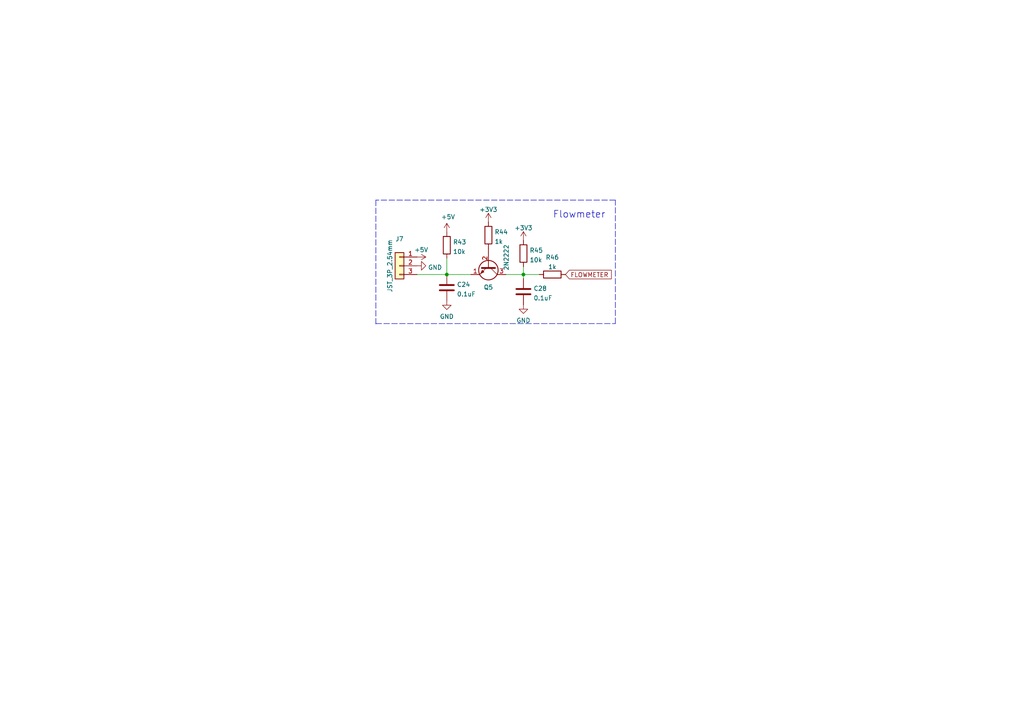
<source format=kicad_sch>
(kicad_sch (version 20211123) (generator eeschema)
  (paper "A4")
  (lib_symbols
    (symbol "Connector_Generic:Conn_01x03" (pin_names (offset 1.016) hide)
      (property "Reference" "J" (at 0 5.08 0))
      (property "Value" "Conn_01x03" (at 0 -5.08 0))
      (symbol "Conn_01x03_1_1"
        (rectangle (start -1.27 -2.413) (end 0 -2.667) (stroke (width 0.1524)))
        (rectangle (start -1.27 0.127) (end 0 -0.127) (stroke (width 0.1524)))
        (rectangle (start -1.27 2.667) (end 0 2.413) (stroke (width 0.1524)))
        (rectangle (start -1.27 3.81) (end 1.27 -3.81) (stroke (width 0.254)) (fill (type background)))
        (pin passive line (at -5.08 2.54 0) (length 3.81) (name "Pin_1") (number "1"))
        (pin passive line (at -5.08 0 0) (length 3.81) (name "Pin_2") (number "2"))
        (pin passive line (at -5.08 -2.54 0) (length 3.81) (name "Pin_3") (number "3"))
      )
    )
    (symbol "Device:C" (pin_numbers hide) (pin_names (offset 0.254))
      (property "Reference" "C" (at 0.635 2.54 0))
      (property "Value" "C" (at 0.635 -2.54 0))
      (symbol "C_0_1"
        (polyline (pts (xy -2.032 -0.762) (xy 2.032 -0.762)) (stroke (width 0.508)))
        (polyline (pts (xy -2.032 0.762) (xy 2.032 0.762)) (stroke (width 0.508)))
      )
      (symbol "C_1_1"
        (pin passive line (at 0 3.81 270) (length 2.794) (name "~") (number "1"))
        (pin passive line (at 0 -3.81 90) (length 2.794) (name "~") (number "2"))
      )
    )
    (symbol "Device:R" (pin_numbers hide) (pin_names (offset 0))
      (property "Reference" "R" (at 2.032 0 90))
      (property "Value" "R" (at 0 0 90))
      (symbol "R_0_1"
        (rectangle (start -1.016 -2.54) (end 1.016 2.54) (stroke (width 0.254)))
      )
      (symbol "R_1_1"
        (pin passive line (at 0 3.81 270) (length 1.27) (name "~") (number "1"))
        (pin passive line (at 0 -3.81 90) (length 1.27) (name "~") (number "2"))
      )
    )
    (symbol "Transistor_BJT:2N2219" (pin_names (offset 0) hide)
      (property "Reference" "Q" (at 5.08 1.905 0))
      (property "Value" "2N2219" (at 5.08 0 0))
      (symbol "2N2219_0_1"
        (polyline (pts (xy 0.635 0.635) (xy 2.54 2.54)))
        (polyline (pts (xy 0.635 -0.635) (xy 2.54 -2.54) (xy 2.54 -2.54)))
        (polyline (pts (xy 0.635 1.905) (xy 0.635 -1.905) (xy 0.635 -1.905)) (stroke (width 0.508)))
        (polyline (pts (xy 1.27 -1.778) (xy 1.778 -1.27) (xy 2.286 -2.286) (xy 1.27 -1.778) (xy 1.27 -1.778)) (fill (type outline)))
        (circle (center 1.27 0) (radius 2.8194) (stroke (width 0.254)))
      )
      (symbol "2N2219_1_1"
        (pin passive line (at 2.54 -5.08 90) (length 2.54) (name "E") (number "1"))
        (pin passive line (at -5.08 0 0) (length 5.715) (name "B") (number "2"))
        (pin passive line (at 2.54 5.08 270) (length 2.54) (name "C") (number "3"))
      )
    )
    (symbol "power:+3V3" (power) (pin_names (offset 0))
      (property "Value" "+3V3" (at 0 3.556 0))
      (symbol "+3V3_0_1"
        (polyline (pts (xy -0.762 1.27) (xy 0 2.54)))
        (polyline (pts (xy 0 0) (xy 0 2.54)))
        (polyline (pts (xy 0 2.54) (xy 0.762 1.27)))
      )
      (symbol "+3V3_1_1"
        (pin power_in line (at 0 0 90) (length 0) hide (name "+3V3") (number "1"))
      )
    )
    (symbol "power:+5V" (power) (pin_names (offset 0))
      (property "Value" "+5V" (at 0 3.556 0))
      (symbol "+5V_0_1"
        (polyline (pts (xy -0.762 1.27) (xy 0 2.54)))
        (polyline (pts (xy 0 0) (xy 0 2.54)))
        (polyline (pts (xy 0 2.54) (xy 0.762 1.27)))
      )
      (symbol "+5V_1_1"
        (pin power_in line (at 0 0 90) (length 0) hide (name "+5V") (number "1"))
      )
    )
    (symbol "power:GND" (power) (pin_names (offset 0))
      (property "Value" "GND" (at 0 -3.81 0))
      (symbol "GND_0_1"
        (polyline (pts (xy 0 0) (xy 0 -1.27) (xy 1.27 -1.27) (xy 0 -2.54) (xy -1.27 -1.27) (xy 0 -1.27)))
      )
      (symbol "GND_1_1"
        (pin power_in line (at 0 0 270) (length 0) hide (name "GND") (number "1"))
      )
    )
  )
  (junction (at 129.5908 79.629))
  (junction (at 151.8158 79.629))
  (wire (pts (xy 129.5908 79.629) (xy 136.5758 79.629)))
  (polyline (pts (xy 109.0168 93.853) (xy 178.4858 93.853)))
  (polyline (pts (xy 109.0168 58.039) (xy 109.0168 93.98)))
  (wire (pts (xy 120.9548 79.629) (xy 129.5908 79.629)))
  (wire (pts (xy 151.8158 79.629) (xy 156.3878 79.629)))
  (polyline (pts (xy 178.4858 93.853) (xy 178.4858 58.039)))
  (wire (pts (xy 151.8158 79.629) (xy 151.8158 80.772)))
  (polyline (pts (xy 178.4858 58.039) (xy 109.0168 58.039)))
  (wire (pts (xy 151.8158 79.629) (xy 151.8158 77.343)))
  (wire (pts (xy 146.7358 79.629) (xy 151.8158 79.629)))
  (wire (pts (xy 129.5908 79.629) (xy 129.5908 74.93)))
  (text "Flowmeter" (at 160.3248 63.5 0) (effects (font (size 2 2)) (justify left bottom)))
  (global_label "FLOWMETER" (shape input) (at 164.0078 79.629 0) (property "Intersheet References" "${INTERSHEET_REFS}" (effects hide)))
  (symbol (lib_id "Device:C") (at 129.5908 83.439 180) (unit 1)
    (property "Reference" "C24" (at 132.5118 82.5305 0) (effects (justify right)))
    (property "Value" "0.1uF" (at 132.5118 85.3056 0) (effects (justify right)))
    (property "Footprint" "Capacitor_SMD:C_0603_1608Metric" (effects hide))
  )
  (symbol (lib_id "Transistor_BJT:2N2219") (at 141.6558 77.089 270) (unit 1)
    (property "Reference" "Q5" (at 141.6558 83.3279 90))
    (property "Value" "2N2222" (at 146.8628 74.676 0))
    (property "Footprint" "Package_TO_SOT_SMD:SOT-23" (effects hide))
    (property "Datasheet" "http://www.onsemi.com/pub_link/Collateral/2N2219-D.PDF" (effects hide))
  )
  (symbol (lib_id "power:+3V3") (at 141.6558 64.389 0) (unit 1)
    (property "Reference" "#PWR0175" (effects hide))
    (property "Value" "+3V3" (at 141.6558 60.7845 0))
  )
  (symbol (lib_id "Connector_Generic:Conn_01x03") (at 115.8748 77.089 0) (mirror y) (unit 1)
    (property "Reference" "J7" (at 115.8748 69.3125 0))
    (property "Value" "JST_3P_2.54mm" (at 113.0808 77.1144 90))
    (property "Footprint" "Footprint:JST_2.54_3P" (effects hide))
  )
  (symbol (lib_id "power:+3V3") (at 151.8158 69.723 0) (unit 1)
    (property "Reference" "#PWR0173" (effects hide))
    (property "Value" "+3V3" (at 151.8158 66.1185 0))
  )
  (symbol (lib_id "power:GND") (at 120.9548 77.089 90) (unit 1)
    (property "Reference" "#PWR0169" (effects hide))
    (property "Value" "GND" (at 124.1298 77.568 90) (effects (justify right)))
  )
  (symbol (lib_id "power:+5V") (at 129.5908 67.31 0) (unit 1)
    (property "Reference" "#PWR0174" (effects hide))
    (property "Value" "+5V" (at 129.9718 62.9158 0))
  )
  (symbol (lib_id "power:GND") (at 151.8158 88.392 0) (unit 1)
    (property "Reference" "#PWR0171" (effects hide))
    (property "Value" "GND" (at 151.8158 92.9545 0))
  )
  (symbol (lib_id "Device:R") (at 129.5908 71.12 0) (unit 1)
    (property "Reference" "R43" (at 131.3688 70.2115 0) (effects (justify left)))
    (property "Value" "10k" (at 131.3688 72.9866 0) (effects (justify left)))
    (property "Footprint" "Resistor_SMD:R_0603_1608Metric" (effects hide))
  )
  (symbol (lib_id "Device:C") (at 151.8158 84.582 180) (unit 1)
    (property "Reference" "C28" (at 154.7368 83.6735 0) (effects (justify right)))
    (property "Value" "0.1uF" (at 154.7368 86.4486 0) (effects (justify right)))
    (property "Footprint" "Capacitor_SMD:C_0603_1608Metric" (effects hide))
  )
  (symbol (lib_id "Device:R") (at 141.6558 68.199 0) (unit 1)
    (property "Reference" "R44" (at 143.4338 67.2905 0) (effects (justify left)))
    (property "Value" "1k" (at 143.4338 70.0656 0) (effects (justify left)))
    (property "Footprint" "Resistor_SMD:R_0603_1608Metric" (effects hide))
  )
  (symbol (lib_id "Device:R") (at 151.8158 73.533 0) (unit 1)
    (property "Reference" "R45" (at 153.5938 72.6245 0) (effects (justify left)))
    (property "Value" "10k" (at 153.5938 75.3996 0) (effects (justify left)))
    (property "Footprint" "Resistor_SMD:R_0603_1608Metric" (effects hide))
  )
  (symbol (lib_id "power:+5V") (at 120.9548 74.549 270) (unit 1)
    (property "Reference" "#PWR0170" (effects hide))
    (property "Value" "+5V" (at 122.174 72.4662 90))
  )
  (symbol (lib_id "Device:R") (at 160.1978 79.629 90) (unit 1)
    (property "Reference" "R46" (at 160.1978 74.6465 90))
    (property "Value" "1k" (at 160.1978 77.4216 90))
    (property "Footprint" "Resistor_SMD:R_0603_1608Metric" (effects hide))
  )
  (symbol (lib_id "power:GND") (at 129.5908 87.249 0) (unit 1)
    (property "Reference" "#PWR0172" (effects hide))
    (property "Value" "GND" (at 129.5908 91.8115 0))
  )
)
</source>
